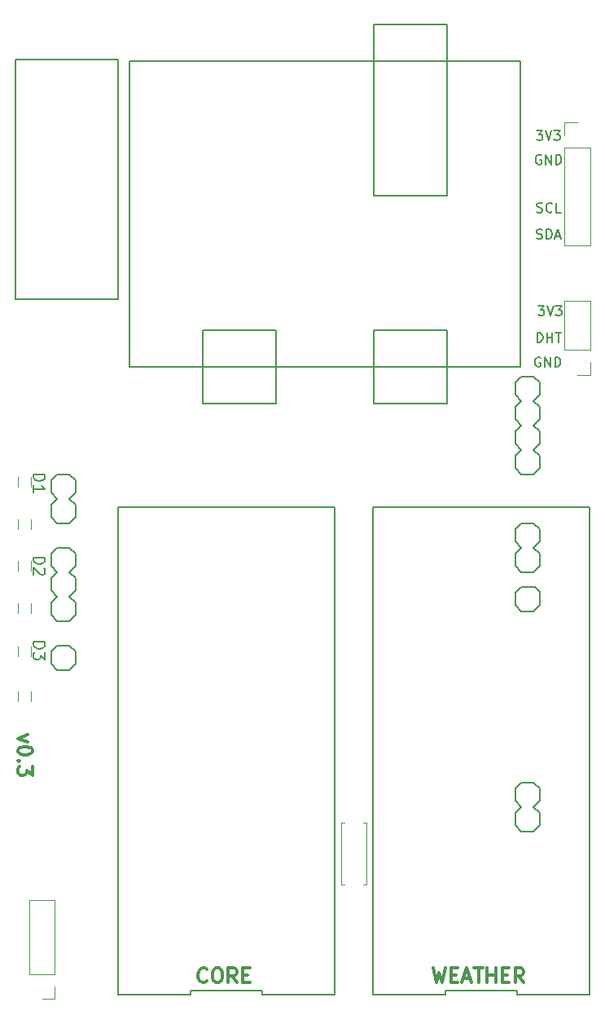
<source format=gbr>
G04 #@! TF.FileFunction,Legend,Top*
%FSLAX46Y46*%
G04 Gerber Fmt 4.6, Leading zero omitted, Abs format (unit mm)*
G04 Created by KiCad (PCBNEW 4.0.5) date 03/27/17 13:57:13*
%MOMM*%
%LPD*%
G01*
G04 APERTURE LIST*
%ADD10C,0.100000*%
%ADD11C,0.200000*%
%ADD12C,0.300000*%
%ADD13C,0.150000*%
%ADD14C,0.120000*%
G04 APERTURE END LIST*
D10*
D11*
X52457143Y-110814286D02*
X53657143Y-110814286D01*
X53657143Y-111100001D01*
X53600000Y-111271429D01*
X53485714Y-111385715D01*
X53371429Y-111442858D01*
X53142857Y-111500001D01*
X52971429Y-111500001D01*
X52742857Y-111442858D01*
X52628571Y-111385715D01*
X52514286Y-111271429D01*
X52457143Y-111100001D01*
X52457143Y-110814286D01*
X53657143Y-111900001D02*
X53657143Y-112642858D01*
X53200000Y-112242858D01*
X53200000Y-112414286D01*
X53142857Y-112528572D01*
X53085714Y-112585715D01*
X52971429Y-112642858D01*
X52685714Y-112642858D01*
X52571429Y-112585715D01*
X52514286Y-112528572D01*
X52457143Y-112414286D01*
X52457143Y-112071429D01*
X52514286Y-111957143D01*
X52571429Y-111900001D01*
X52457143Y-102014286D02*
X53657143Y-102014286D01*
X53657143Y-102300001D01*
X53600000Y-102471429D01*
X53485714Y-102585715D01*
X53371429Y-102642858D01*
X53142857Y-102700001D01*
X52971429Y-102700001D01*
X52742857Y-102642858D01*
X52628571Y-102585715D01*
X52514286Y-102471429D01*
X52457143Y-102300001D01*
X52457143Y-102014286D01*
X53542857Y-103157143D02*
X53600000Y-103214286D01*
X53657143Y-103328572D01*
X53657143Y-103614286D01*
X53600000Y-103728572D01*
X53542857Y-103785715D01*
X53428571Y-103842858D01*
X53314286Y-103842858D01*
X53142857Y-103785715D01*
X52457143Y-103100001D01*
X52457143Y-103842858D01*
X52457143Y-93414286D02*
X53657143Y-93414286D01*
X53657143Y-93700001D01*
X53600000Y-93871429D01*
X53485714Y-93985715D01*
X53371429Y-94042858D01*
X53142857Y-94100001D01*
X52971429Y-94100001D01*
X52742857Y-94042858D01*
X52628571Y-93985715D01*
X52514286Y-93871429D01*
X52457143Y-93700001D01*
X52457143Y-93414286D01*
X52457143Y-95242858D02*
X52457143Y-94557143D01*
X52457143Y-94900001D02*
X53657143Y-94900001D01*
X53485714Y-94785715D01*
X53371429Y-94671429D01*
X53314286Y-94557143D01*
D12*
X51821429Y-120457144D02*
X50821429Y-120814287D01*
X51821429Y-121171429D01*
X52321429Y-122028572D02*
X52321429Y-122171429D01*
X52250000Y-122314286D01*
X52178571Y-122385715D01*
X52035714Y-122457144D01*
X51750000Y-122528572D01*
X51392857Y-122528572D01*
X51107143Y-122457144D01*
X50964286Y-122385715D01*
X50892857Y-122314286D01*
X50821429Y-122171429D01*
X50821429Y-122028572D01*
X50892857Y-121885715D01*
X50964286Y-121814286D01*
X51107143Y-121742858D01*
X51392857Y-121671429D01*
X51750000Y-121671429D01*
X52035714Y-121742858D01*
X52178571Y-121814286D01*
X52250000Y-121885715D01*
X52321429Y-122028572D01*
X50964286Y-123171429D02*
X50892857Y-123242857D01*
X50821429Y-123171429D01*
X50892857Y-123100000D01*
X50964286Y-123171429D01*
X50821429Y-123171429D01*
X52321429Y-123742858D02*
X52321429Y-124671429D01*
X51750000Y-124171429D01*
X51750000Y-124385715D01*
X51678571Y-124528572D01*
X51607143Y-124600001D01*
X51464286Y-124671429D01*
X51107143Y-124671429D01*
X50964286Y-124600001D01*
X50892857Y-124528572D01*
X50821429Y-124385715D01*
X50821429Y-123957143D01*
X50892857Y-123814286D01*
X50964286Y-123742858D01*
D11*
X104933905Y-75906381D02*
X105552953Y-75906381D01*
X105219619Y-76287333D01*
X105362477Y-76287333D01*
X105457715Y-76334952D01*
X105505334Y-76382571D01*
X105552953Y-76477810D01*
X105552953Y-76715905D01*
X105505334Y-76811143D01*
X105457715Y-76858762D01*
X105362477Y-76906381D01*
X105076762Y-76906381D01*
X104981524Y-76858762D01*
X104933905Y-76811143D01*
X105838667Y-75906381D02*
X106172000Y-76906381D01*
X106505334Y-75906381D01*
X106743429Y-75906381D02*
X107362477Y-75906381D01*
X107029143Y-76287333D01*
X107172001Y-76287333D01*
X107267239Y-76334952D01*
X107314858Y-76382571D01*
X107362477Y-76477810D01*
X107362477Y-76715905D01*
X107314858Y-76811143D01*
X107267239Y-76858762D01*
X107172001Y-76906381D01*
X106886286Y-76906381D01*
X106791048Y-76858762D01*
X106743429Y-76811143D01*
X105156096Y-81288000D02*
X105060858Y-81240381D01*
X104918001Y-81240381D01*
X104775143Y-81288000D01*
X104679905Y-81383238D01*
X104632286Y-81478476D01*
X104584667Y-81668952D01*
X104584667Y-81811810D01*
X104632286Y-82002286D01*
X104679905Y-82097524D01*
X104775143Y-82192762D01*
X104918001Y-82240381D01*
X105013239Y-82240381D01*
X105156096Y-82192762D01*
X105203715Y-82145143D01*
X105203715Y-81811810D01*
X105013239Y-81811810D01*
X105632286Y-82240381D02*
X105632286Y-81240381D01*
X106203715Y-82240381D01*
X106203715Y-81240381D01*
X106679905Y-82240381D02*
X106679905Y-81240381D01*
X106918000Y-81240381D01*
X107060858Y-81288000D01*
X107156096Y-81383238D01*
X107203715Y-81478476D01*
X107251334Y-81668952D01*
X107251334Y-81811810D01*
X107203715Y-82002286D01*
X107156096Y-82097524D01*
X107060858Y-82192762D01*
X106918000Y-82240381D01*
X106679905Y-82240381D01*
X104833333Y-79702381D02*
X104833333Y-78702381D01*
X105071428Y-78702381D01*
X105214286Y-78750000D01*
X105309524Y-78845238D01*
X105357143Y-78940476D01*
X105404762Y-79130952D01*
X105404762Y-79273810D01*
X105357143Y-79464286D01*
X105309524Y-79559524D01*
X105214286Y-79654762D01*
X105071428Y-79702381D01*
X104833333Y-79702381D01*
X105833333Y-79702381D02*
X105833333Y-78702381D01*
X105833333Y-79178571D02*
X106404762Y-79178571D01*
X106404762Y-79702381D02*
X106404762Y-78702381D01*
X106738095Y-78702381D02*
X107309524Y-78702381D01*
X107023809Y-79702381D02*
X107023809Y-78702381D01*
X104761905Y-57702381D02*
X105380953Y-57702381D01*
X105047619Y-58083333D01*
X105190477Y-58083333D01*
X105285715Y-58130952D01*
X105333334Y-58178571D01*
X105380953Y-58273810D01*
X105380953Y-58511905D01*
X105333334Y-58607143D01*
X105285715Y-58654762D01*
X105190477Y-58702381D01*
X104904762Y-58702381D01*
X104809524Y-58654762D01*
X104761905Y-58607143D01*
X105666667Y-57702381D02*
X106000000Y-58702381D01*
X106333334Y-57702381D01*
X106571429Y-57702381D02*
X107190477Y-57702381D01*
X106857143Y-58083333D01*
X107000001Y-58083333D01*
X107095239Y-58130952D01*
X107142858Y-58178571D01*
X107190477Y-58273810D01*
X107190477Y-58511905D01*
X107142858Y-58607143D01*
X107095239Y-58654762D01*
X107000001Y-58702381D01*
X106714286Y-58702381D01*
X106619048Y-58654762D01*
X106571429Y-58607143D01*
X105238096Y-60250000D02*
X105142858Y-60202381D01*
X105000001Y-60202381D01*
X104857143Y-60250000D01*
X104761905Y-60345238D01*
X104714286Y-60440476D01*
X104666667Y-60630952D01*
X104666667Y-60773810D01*
X104714286Y-60964286D01*
X104761905Y-61059524D01*
X104857143Y-61154762D01*
X105000001Y-61202381D01*
X105095239Y-61202381D01*
X105238096Y-61154762D01*
X105285715Y-61107143D01*
X105285715Y-60773810D01*
X105095239Y-60773810D01*
X105714286Y-61202381D02*
X105714286Y-60202381D01*
X106285715Y-61202381D01*
X106285715Y-60202381D01*
X106761905Y-61202381D02*
X106761905Y-60202381D01*
X107000000Y-60202381D01*
X107142858Y-60250000D01*
X107238096Y-60345238D01*
X107285715Y-60440476D01*
X107333334Y-60630952D01*
X107333334Y-60773810D01*
X107285715Y-60964286D01*
X107238096Y-61059524D01*
X107142858Y-61154762D01*
X107000000Y-61202381D01*
X106761905Y-61202381D01*
X104785714Y-68904762D02*
X104928571Y-68952381D01*
X105166667Y-68952381D01*
X105261905Y-68904762D01*
X105309524Y-68857143D01*
X105357143Y-68761905D01*
X105357143Y-68666667D01*
X105309524Y-68571429D01*
X105261905Y-68523810D01*
X105166667Y-68476190D01*
X104976190Y-68428571D01*
X104880952Y-68380952D01*
X104833333Y-68333333D01*
X104785714Y-68238095D01*
X104785714Y-68142857D01*
X104833333Y-68047619D01*
X104880952Y-68000000D01*
X104976190Y-67952381D01*
X105214286Y-67952381D01*
X105357143Y-68000000D01*
X105785714Y-68952381D02*
X105785714Y-67952381D01*
X106023809Y-67952381D01*
X106166667Y-68000000D01*
X106261905Y-68095238D01*
X106309524Y-68190476D01*
X106357143Y-68380952D01*
X106357143Y-68523810D01*
X106309524Y-68714286D01*
X106261905Y-68809524D01*
X106166667Y-68904762D01*
X106023809Y-68952381D01*
X105785714Y-68952381D01*
X106738095Y-68666667D02*
X107214286Y-68666667D01*
X106642857Y-68952381D02*
X106976190Y-67952381D01*
X107309524Y-68952381D01*
X104809524Y-66154762D02*
X104952381Y-66202381D01*
X105190477Y-66202381D01*
X105285715Y-66154762D01*
X105333334Y-66107143D01*
X105380953Y-66011905D01*
X105380953Y-65916667D01*
X105333334Y-65821429D01*
X105285715Y-65773810D01*
X105190477Y-65726190D01*
X105000000Y-65678571D01*
X104904762Y-65630952D01*
X104857143Y-65583333D01*
X104809524Y-65488095D01*
X104809524Y-65392857D01*
X104857143Y-65297619D01*
X104904762Y-65250000D01*
X105000000Y-65202381D01*
X105238096Y-65202381D01*
X105380953Y-65250000D01*
X106380953Y-66107143D02*
X106333334Y-66154762D01*
X106190477Y-66202381D01*
X106095239Y-66202381D01*
X105952381Y-66154762D01*
X105857143Y-66059524D01*
X105809524Y-65964286D01*
X105761905Y-65773810D01*
X105761905Y-65630952D01*
X105809524Y-65440476D01*
X105857143Y-65345238D01*
X105952381Y-65250000D01*
X106095239Y-65202381D01*
X106190477Y-65202381D01*
X106333334Y-65250000D01*
X106380953Y-65297619D01*
X107285715Y-66202381D02*
X106809524Y-66202381D01*
X106809524Y-65202381D01*
D12*
X70500000Y-146035714D02*
X70428571Y-146107143D01*
X70214285Y-146178571D01*
X70071428Y-146178571D01*
X69857143Y-146107143D01*
X69714285Y-145964286D01*
X69642857Y-145821429D01*
X69571428Y-145535714D01*
X69571428Y-145321429D01*
X69642857Y-145035714D01*
X69714285Y-144892857D01*
X69857143Y-144750000D01*
X70071428Y-144678571D01*
X70214285Y-144678571D01*
X70428571Y-144750000D01*
X70500000Y-144821429D01*
X71428571Y-144678571D02*
X71714285Y-144678571D01*
X71857143Y-144750000D01*
X72000000Y-144892857D01*
X72071428Y-145178571D01*
X72071428Y-145678571D01*
X72000000Y-145964286D01*
X71857143Y-146107143D01*
X71714285Y-146178571D01*
X71428571Y-146178571D01*
X71285714Y-146107143D01*
X71142857Y-145964286D01*
X71071428Y-145678571D01*
X71071428Y-145178571D01*
X71142857Y-144892857D01*
X71285714Y-144750000D01*
X71428571Y-144678571D01*
X73571429Y-146178571D02*
X73071429Y-145464286D01*
X72714286Y-146178571D02*
X72714286Y-144678571D01*
X73285714Y-144678571D01*
X73428572Y-144750000D01*
X73500000Y-144821429D01*
X73571429Y-144964286D01*
X73571429Y-145178571D01*
X73500000Y-145321429D01*
X73428572Y-145392857D01*
X73285714Y-145464286D01*
X72714286Y-145464286D01*
X74214286Y-145392857D02*
X74714286Y-145392857D01*
X74928572Y-146178571D02*
X74214286Y-146178571D01*
X74214286Y-144678571D01*
X74928572Y-144678571D01*
X94000000Y-144678571D02*
X94357143Y-146178571D01*
X94642857Y-145107143D01*
X94928571Y-146178571D01*
X95285714Y-144678571D01*
X95857143Y-145392857D02*
X96357143Y-145392857D01*
X96571429Y-146178571D02*
X95857143Y-146178571D01*
X95857143Y-144678571D01*
X96571429Y-144678571D01*
X97142857Y-145750000D02*
X97857143Y-145750000D01*
X97000000Y-146178571D02*
X97500000Y-144678571D01*
X98000000Y-146178571D01*
X98285714Y-144678571D02*
X99142857Y-144678571D01*
X98714286Y-146178571D02*
X98714286Y-144678571D01*
X99642857Y-146178571D02*
X99642857Y-144678571D01*
X99642857Y-145392857D02*
X100500000Y-145392857D01*
X100500000Y-146178571D02*
X100500000Y-144678571D01*
X101214286Y-145392857D02*
X101714286Y-145392857D01*
X101928572Y-146178571D02*
X101214286Y-146178571D01*
X101214286Y-144678571D01*
X101928572Y-144678571D01*
X103428572Y-146178571D02*
X102928572Y-145464286D01*
X102571429Y-146178571D02*
X102571429Y-144678571D01*
X103142857Y-144678571D01*
X103285715Y-144750000D01*
X103357143Y-144821429D01*
X103428572Y-144964286D01*
X103428572Y-145178571D01*
X103357143Y-145321429D01*
X103285715Y-145392857D01*
X103142857Y-145464286D01*
X102571429Y-145464286D01*
D13*
X83770000Y-147420000D02*
X83770000Y-96790000D01*
X61250000Y-96790000D02*
X61250000Y-147420000D01*
X83770000Y-96790000D02*
X61250000Y-96790000D01*
X61250000Y-147420000D02*
X68756667Y-147420000D01*
X68756667Y-147420000D02*
X68756667Y-146970000D01*
X68756667Y-146970000D02*
X76263333Y-146970000D01*
X76263333Y-146970000D02*
X76263333Y-147420000D01*
X76263333Y-147420000D02*
X83770000Y-147420000D01*
X70080000Y-86090000D02*
X70080000Y-78470000D01*
X77700000Y-86090000D02*
X70080000Y-86090000D01*
X77700000Y-78470000D02*
X77700000Y-86090000D01*
X70080000Y-78470000D02*
X77700000Y-78470000D01*
X87860000Y-78470000D02*
X95480000Y-78470000D01*
X87860000Y-86090000D02*
X87860000Y-78470000D01*
X95480000Y-86090000D02*
X87860000Y-86090000D01*
X95480000Y-78470000D02*
X95480000Y-86090000D01*
X87860000Y-64500000D02*
X95480000Y-64500000D01*
X87860000Y-46720000D02*
X87860000Y-64500000D01*
X95480000Y-46720000D02*
X87860000Y-46720000D01*
X95480000Y-64500000D02*
X95480000Y-46720000D01*
X103100000Y-82280000D02*
X62460000Y-82280000D01*
X103100000Y-50530000D02*
X103100000Y-82280000D01*
X62460000Y-50530000D02*
X103100000Y-50530000D01*
X62460000Y-82280000D02*
X62460000Y-50530000D01*
X110260000Y-147430000D02*
X110260000Y-96800000D01*
X87740000Y-96800000D02*
X87740000Y-147430000D01*
X110260000Y-96800000D02*
X87740000Y-96800000D01*
X87740000Y-147430000D02*
X95246667Y-147430000D01*
X95246667Y-147430000D02*
X95246667Y-146980000D01*
X95246667Y-146980000D02*
X102753333Y-146980000D01*
X102753333Y-146980000D02*
X102753333Y-147430000D01*
X102753333Y-147430000D02*
X110260000Y-147430000D01*
D14*
X107670000Y-59440000D02*
X107670000Y-69660000D01*
X107670000Y-69660000D02*
X110330000Y-69660000D01*
X110330000Y-69660000D02*
X110330000Y-59440000D01*
X110330000Y-59440000D02*
X107670000Y-59440000D01*
X107670000Y-58170000D02*
X107670000Y-56840000D01*
X107670000Y-56840000D02*
X109000000Y-56840000D01*
X84770000Y-136020000D02*
X84440000Y-136020000D01*
X84440000Y-136020000D02*
X84440000Y-129600000D01*
X84440000Y-129600000D02*
X84770000Y-129600000D01*
X86730000Y-136020000D02*
X87060000Y-136020000D01*
X87060000Y-136020000D02*
X87060000Y-129600000D01*
X87060000Y-129600000D02*
X86730000Y-129600000D01*
D13*
X104435000Y-125394000D02*
X103165000Y-125394000D01*
X104435000Y-93390000D02*
X103165000Y-93390000D01*
X104435000Y-98470000D02*
X103165000Y-98470000D01*
X104435000Y-107614000D02*
X103165000Y-107614000D01*
X56175000Y-113710000D02*
X54905000Y-113710000D01*
X56175000Y-111170000D02*
X54905000Y-111170000D01*
X56175000Y-108630000D02*
X54905000Y-108630000D01*
X56175000Y-93390000D02*
X54905000Y-93390000D01*
X103165000Y-125394000D02*
X102530000Y-126029000D01*
X102530000Y-126029000D02*
X102530000Y-127299000D01*
X102530000Y-127299000D02*
X103165000Y-127934000D01*
X103165000Y-127934000D02*
X102530000Y-128569000D01*
X102530000Y-128569000D02*
X102530000Y-129839000D01*
X102530000Y-129839000D02*
X103165000Y-130474000D01*
X104435000Y-130474000D02*
X103165000Y-130474000D01*
X104435000Y-125394000D02*
X105070000Y-126029000D01*
X105070000Y-126029000D02*
X105070000Y-127299000D01*
X105070000Y-127299000D02*
X104435000Y-127934000D01*
X104435000Y-127934000D02*
X105070000Y-128569000D01*
X105070000Y-128569000D02*
X105070000Y-129839000D01*
X105070000Y-129839000D02*
X104435000Y-130474000D01*
X105070000Y-106979000D02*
X105070000Y-105836000D01*
X102530000Y-105709000D02*
X102530000Y-106979000D01*
X103165000Y-105074000D02*
X104562000Y-105074000D01*
X103165000Y-105074000D02*
X102530000Y-105709000D01*
X102530000Y-106979000D02*
X103165000Y-107614000D01*
X105070000Y-106979000D02*
X104435000Y-107614000D01*
X104562000Y-105074000D02*
X105070000Y-105582000D01*
X105070000Y-105582000D02*
X105070000Y-105836000D01*
X102530000Y-86405000D02*
X102530000Y-87675000D01*
X102530000Y-87675000D02*
X103165000Y-88310000D01*
X103165000Y-88310000D02*
X102530000Y-88945000D01*
X102530000Y-88945000D02*
X102530000Y-90215000D01*
X102530000Y-90215000D02*
X103165000Y-90850000D01*
X103165000Y-90850000D02*
X102530000Y-91485000D01*
X102530000Y-91485000D02*
X102530000Y-92755000D01*
X102530000Y-92755000D02*
X103165000Y-93390000D01*
X103165000Y-98470000D02*
X102530000Y-99105000D01*
X102530000Y-99105000D02*
X102530000Y-100375000D01*
X102530000Y-100375000D02*
X103165000Y-101010000D01*
X103165000Y-101010000D02*
X102530000Y-101645000D01*
X102530000Y-101645000D02*
X102530000Y-102915000D01*
X102530000Y-102915000D02*
X103165000Y-103550000D01*
X103165000Y-103550000D02*
X104435000Y-103550000D01*
X104435000Y-103550000D02*
X105070000Y-102915000D01*
X105070000Y-102915000D02*
X105070000Y-101645000D01*
X105070000Y-101645000D02*
X104435000Y-101010000D01*
X104435000Y-101010000D02*
X105070000Y-100375000D01*
X105070000Y-100375000D02*
X105070000Y-99105000D01*
X105070000Y-99105000D02*
X104435000Y-98470000D01*
X104435000Y-93390000D02*
X105070000Y-92755000D01*
X105070000Y-92755000D02*
X105070000Y-91485000D01*
X105070000Y-91485000D02*
X104435000Y-90850000D01*
X104435000Y-90850000D02*
X105070000Y-90215000D01*
X105070000Y-90215000D02*
X105070000Y-88945000D01*
X105070000Y-88945000D02*
X104435000Y-88310000D01*
X104435000Y-88310000D02*
X105070000Y-87675000D01*
X105070000Y-87675000D02*
X105070000Y-86405000D01*
X105070000Y-86405000D02*
X104435000Y-85770000D01*
X104435000Y-85770000D02*
X105070000Y-85135000D01*
X105070000Y-85135000D02*
X105070000Y-83865000D01*
X105070000Y-83865000D02*
X104435000Y-83230000D01*
X102530000Y-86405000D02*
X103165000Y-85770000D01*
X103165000Y-85770000D02*
X102530000Y-86405000D01*
X102530000Y-85135000D02*
X102530000Y-83865000D01*
X104435000Y-83230000D02*
X103165000Y-83230000D01*
X103165000Y-83230000D02*
X102530000Y-83865000D01*
X102530000Y-85135000D02*
X103165000Y-85770000D01*
X56175000Y-93390000D02*
X56810000Y-94025000D01*
X56810000Y-94025000D02*
X56810000Y-95295000D01*
X56810000Y-95295000D02*
X56175000Y-95930000D01*
X56175000Y-95930000D02*
X56810000Y-96565000D01*
X56810000Y-96565000D02*
X56810000Y-97835000D01*
X56810000Y-97835000D02*
X56175000Y-98470000D01*
X54270000Y-95295000D02*
X54270000Y-94025000D01*
X54270000Y-94025000D02*
X54905000Y-93390000D01*
X56175000Y-98470000D02*
X54905000Y-98470000D01*
X54905000Y-98470000D02*
X54270000Y-97835000D01*
X54270000Y-97835000D02*
X54270000Y-96565000D01*
X54270000Y-96565000D02*
X54905000Y-95930000D01*
X54905000Y-95930000D02*
X54270000Y-95295000D01*
X54905000Y-111170000D02*
X54270000Y-111805000D01*
X54270000Y-111805000D02*
X54270000Y-113075000D01*
X54270000Y-113075000D02*
X54905000Y-113710000D01*
X56810000Y-106725000D02*
X56175000Y-106090000D01*
X56175000Y-106090000D02*
X56810000Y-105455000D01*
X56810000Y-105455000D02*
X56810000Y-104185000D01*
X56810000Y-104185000D02*
X56175000Y-103550000D01*
X56175000Y-103550000D02*
X56810000Y-102915000D01*
X56810000Y-102915000D02*
X56810000Y-101645000D01*
X56810000Y-101645000D02*
X56175000Y-101010000D01*
X56175000Y-101010000D02*
X54905000Y-101010000D01*
X54905000Y-101010000D02*
X54270000Y-101645000D01*
X54270000Y-101645000D02*
X54270000Y-102915000D01*
X54270000Y-102915000D02*
X54905000Y-103550000D01*
X54905000Y-103550000D02*
X54270000Y-104185000D01*
X54270000Y-104185000D02*
X54270000Y-105455000D01*
X54270000Y-105455000D02*
X54905000Y-106090000D01*
X54905000Y-106090000D02*
X54270000Y-106725000D01*
X54270000Y-106725000D02*
X54270000Y-107995000D01*
X54270000Y-107995000D02*
X54905000Y-108630000D01*
X56175000Y-113710000D02*
X56810000Y-113075000D01*
X56810000Y-113075000D02*
X56810000Y-111805000D01*
X56810000Y-111805000D02*
X56175000Y-111170000D01*
X56175000Y-108630000D02*
X56810000Y-107995000D01*
X56810000Y-107995000D02*
X56810000Y-106725000D01*
X103165000Y-103550000D02*
X104435000Y-103550000D01*
D14*
X110330000Y-80480000D02*
X110330000Y-75340000D01*
X110330000Y-75340000D02*
X107670000Y-75340000D01*
X107670000Y-75340000D02*
X107670000Y-80480000D01*
X107670000Y-80480000D02*
X110330000Y-80480000D01*
X110330000Y-81750000D02*
X110330000Y-83080000D01*
X110330000Y-83080000D02*
X109000000Y-83080000D01*
X50820000Y-94700000D02*
X50820000Y-93700000D01*
X52180000Y-93700000D02*
X52180000Y-94700000D01*
X50834580Y-103411994D02*
X50834580Y-102411994D01*
X52194580Y-102411994D02*
X52194580Y-103411994D01*
X50861598Y-112303572D02*
X50861598Y-111303572D01*
X52221598Y-111303572D02*
X52221598Y-112303572D01*
X52180000Y-98050000D02*
X52180000Y-99050000D01*
X50820000Y-99050000D02*
X50820000Y-98050000D01*
X52194580Y-106811994D02*
X52194580Y-107811994D01*
X50834580Y-107811994D02*
X50834580Y-106811994D01*
X52221598Y-115953572D02*
X52221598Y-116953572D01*
X50861598Y-116953572D02*
X50861598Y-115953572D01*
D13*
X50546000Y-50292000D02*
X61214000Y-50292000D01*
X50546000Y-75184000D02*
X50546000Y-50292000D01*
X61214000Y-75184000D02*
X50546000Y-75184000D01*
X61214000Y-50292000D02*
X61214000Y-75184000D01*
D14*
X54670000Y-145288000D02*
X54670000Y-137608000D01*
X54670000Y-137608000D02*
X52010000Y-137608000D01*
X52010000Y-137608000D02*
X52010000Y-145288000D01*
X52010000Y-145288000D02*
X54670000Y-145288000D01*
X54670000Y-146558000D02*
X54670000Y-147888000D01*
X54670000Y-147888000D02*
X53340000Y-147888000D01*
M02*

</source>
